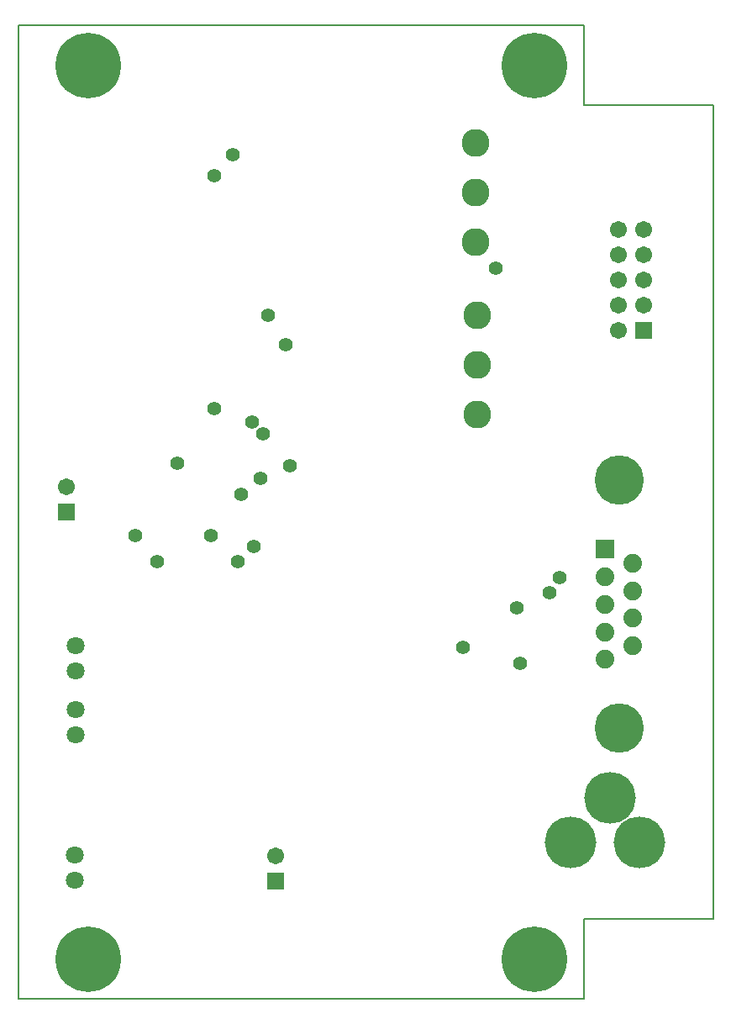
<source format=gbs>
%FSAX24Y24*%
%MOIN*%
G70*
G01*
G75*
G04 Layer_Color=16711935*
%ADD10R,0.0787X0.0512*%
%ADD11R,0.0787X0.0787*%
%ADD12R,0.0433X0.0394*%
%ADD13R,0.0630X0.0118*%
%ADD14O,0.0217X0.0630*%
%ADD15O,0.0630X0.0217*%
%ADD16R,0.1358X0.0689*%
%ADD17R,0.0433X0.0689*%
%ADD18R,0.0433X0.0689*%
%ADD19R,0.0394X0.0433*%
%ADD20R,0.0630X0.0315*%
%ADD21R,0.1181X0.0827*%
%ADD22R,0.0709X0.0630*%
%ADD23C,0.0236*%
%ADD24C,0.0217*%
%ADD25C,0.0118*%
%ADD26C,0.0080*%
%ADD27C,0.0591*%
%ADD28R,0.0591X0.0591*%
%ADD29C,0.0665*%
%ADD30R,0.0665X0.0665*%
%ADD31C,0.1874*%
%ADD32C,0.1969*%
%ADD33C,0.0630*%
%ADD34C,0.2520*%
%ADD35C,0.1024*%
%ADD36C,0.0472*%
%ADD37C,0.0197*%
%ADD38C,0.0098*%
%ADD39C,0.0079*%
%ADD40C,0.0050*%
%ADD41C,0.0100*%
%ADD42C,0.0140*%
%ADD43C,0.0080*%
%ADD44C,0.0059*%
%ADD45R,0.0867X0.0592*%
%ADD46R,0.0867X0.0867*%
%ADD47R,0.0513X0.0474*%
%ADD48R,0.0710X0.0198*%
%ADD49O,0.0297X0.0710*%
%ADD50O,0.0710X0.0297*%
%ADD51R,0.1438X0.0769*%
%ADD52R,0.0513X0.0769*%
%ADD53R,0.0513X0.0769*%
%ADD54R,0.0474X0.0513*%
%ADD55R,0.0710X0.0395*%
%ADD56R,0.1261X0.0907*%
%ADD57R,0.0789X0.0710*%
%ADD58C,0.0671*%
%ADD59R,0.0671X0.0671*%
%ADD60C,0.0745*%
%ADD61R,0.0745X0.0745*%
%ADD62C,0.1954*%
%ADD63C,0.2049*%
%ADD64C,0.0710*%
%ADD65C,0.2600*%
%ADD66C,0.1104*%
%ADD67C,0.0552*%
D26*
X072638Y095433D02*
Y098583D01*
Y095433D02*
X077756D01*
X072638Y063150D02*
X077756D01*
X072638Y060000D02*
Y063150D01*
X050197Y060000D02*
Y098583D01*
X077756Y063150D02*
Y095433D01*
X050197Y098583D02*
X072638D01*
X050197Y060000D02*
X072638D01*
D58*
X060394Y065646D02*
D03*
X052087Y080291D02*
D03*
X074000Y090496D02*
D03*
X075000D02*
D03*
X074000Y089496D02*
D03*
X075000D02*
D03*
X074000Y088496D02*
D03*
X075000D02*
D03*
X074000Y087496D02*
D03*
X075000D02*
D03*
X074000Y086496D02*
D03*
D59*
X060394Y064646D02*
D03*
X052087Y079291D02*
D03*
X075000Y086496D02*
D03*
D60*
X073457Y073449D02*
D03*
X074575Y073994D02*
D03*
X073457Y074539D02*
D03*
X074575Y075085D02*
D03*
X073457Y075630D02*
D03*
X074575Y076175D02*
D03*
X073457Y076720D02*
D03*
X074575Y077266D02*
D03*
D61*
X073457Y077811D02*
D03*
D62*
X074016Y080549D02*
D03*
Y070711D02*
D03*
D63*
X072083Y066193D02*
D03*
X074839D02*
D03*
X073657Y067965D02*
D03*
D64*
X052441Y065697D02*
D03*
Y064697D02*
D03*
X052480Y074004D02*
D03*
Y073004D02*
D03*
Y071445D02*
D03*
Y070445D02*
D03*
D65*
X052953Y097008D02*
D03*
X070669Y061575D02*
D03*
Y097008D02*
D03*
X052953Y061575D02*
D03*
D66*
X068346Y090000D02*
D03*
Y091968D02*
D03*
Y093937D02*
D03*
X068386Y083150D02*
D03*
Y087087D02*
D03*
Y085118D02*
D03*
D67*
X059900Y082390D02*
D03*
X071660Y076700D02*
D03*
X071260Y076080D02*
D03*
X060980Y081110D02*
D03*
X070110Y073280D02*
D03*
X069960Y075490D02*
D03*
X054843Y078350D02*
D03*
X057840D02*
D03*
X058898Y077330D02*
D03*
X055690D02*
D03*
X069120Y088950D02*
D03*
X060097Y087087D02*
D03*
X059480Y082860D02*
D03*
X060787Y085930D02*
D03*
X067840Y073910D02*
D03*
X059807Y080630D02*
D03*
X056500Y081210D02*
D03*
X058690Y093450D02*
D03*
X059020Y080000D02*
D03*
X059528Y077930D02*
D03*
X057960Y083380D02*
D03*
Y092610D02*
D03*
M02*

</source>
